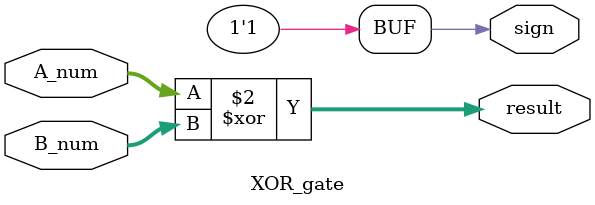
<source format=sv>

module XOR_gate #(parameter N = 4)(
	input logic [N-1:0] A_num,
	input logic [N-1:0] B_num,
	//input logic call_XOR,
	output logic [N-1:0] result,
	output logic sign);

	
	always @(*) begin
		
		result = A_num ^ B_num; // operación XOR
		
		sign = 1'b1;
	
	end
	
	
endmodule
</source>
